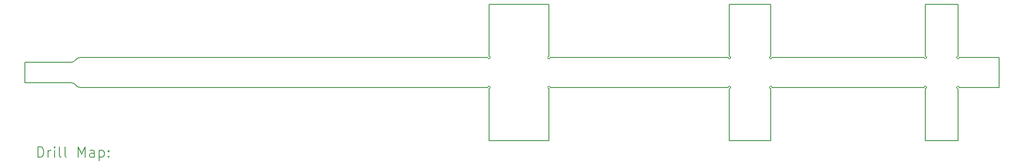
<source format=gbr>
%TF.GenerationSoftware,KiCad,Pcbnew,7.0.7*%
%TF.CreationDate,2024-05-14T22:52:38+02:00*%
%TF.ProjectId,Index_Middle_Ring_V3,496e6465-785f-44d6-9964-646c655f5269,rev?*%
%TF.SameCoordinates,Original*%
%TF.FileFunction,Drillmap*%
%TF.FilePolarity,Positive*%
%FSLAX45Y45*%
G04 Gerber Fmt 4.5, Leading zero omitted, Abs format (unit mm)*
G04 Created by KiCad (PCBNEW 7.0.7) date 2024-05-14 22:52:38*
%MOMM*%
%LPD*%
G01*
G04 APERTURE LIST*
%ADD10C,0.200000*%
G04 APERTURE END LIST*
D10*
X14387749Y-11477400D02*
X14387749Y-10467400D01*
X5211767Y-12037400D02*
G75*
G03*
X5128251Y-11992400I-83517J-55000D01*
G01*
X17862750Y-11502400D02*
G75*
G03*
X17887749Y-11477400I25000J0D01*
G01*
X17887749Y-12107401D02*
G75*
G03*
X17862749Y-12082400I1J25001D01*
G01*
X18712749Y-12082400D02*
X21662749Y-12082400D01*
X17887749Y-10467400D02*
X17887749Y-11477400D01*
X13202749Y-11502400D02*
X5295284Y-11502400D01*
X13202750Y-11502400D02*
G75*
G03*
X13227749Y-11477400I25000J0D01*
G01*
X4227749Y-11992400D02*
X5128251Y-11992400D01*
X21662750Y-11502400D02*
G75*
G03*
X21687749Y-11477400I25000J0D01*
G01*
X17887749Y-12107400D02*
X17887749Y-13117400D01*
X13227749Y-12107400D02*
X13227749Y-13117400D01*
X17887749Y-13117400D02*
X18687749Y-13117400D01*
X14387749Y-10467400D02*
X13227749Y-10467400D01*
X18687749Y-13117400D02*
X18687749Y-12107400D01*
X23117749Y-12082400D02*
X23117749Y-11502400D01*
X21687749Y-12107401D02*
G75*
G03*
X21662749Y-12082400I1J25001D01*
G01*
X18687749Y-10467400D02*
X17887749Y-10467400D01*
X5128251Y-11592400D02*
G75*
G03*
X5211767Y-11547400I-1J100001D01*
G01*
X4227749Y-11592400D02*
X4227749Y-11992400D01*
X5211765Y-12037402D02*
G75*
G03*
X5295284Y-12082400I83515J55002D01*
G01*
X17862749Y-11502400D02*
X14412749Y-11502400D01*
X22317749Y-11477400D02*
X22317749Y-10467400D01*
X14412750Y-12082400D02*
G75*
G03*
X14387749Y-12107400I-25000J0D01*
G01*
X22317749Y-13117400D02*
X22317749Y-12107400D01*
X23117749Y-11502400D02*
X22342749Y-11502400D01*
X21687749Y-13117400D02*
X22317749Y-13117400D01*
X22342749Y-12082400D02*
X23117749Y-12082400D01*
X14387749Y-11477401D02*
G75*
G03*
X14412749Y-11502400I1J-24999D01*
G01*
X14387749Y-13117400D02*
X14387749Y-12107400D01*
X13227749Y-10467400D02*
X13227749Y-11477400D01*
X18687749Y-11477400D02*
X18687749Y-10467400D01*
X13227749Y-13117400D02*
X14387749Y-13117400D01*
X5295284Y-11502403D02*
G75*
G03*
X5211767Y-11547400I-4J-99997D01*
G01*
X13227749Y-12107401D02*
G75*
G03*
X13202749Y-12082400I1J25001D01*
G01*
X22317749Y-10467400D02*
X21687749Y-10467400D01*
X18712750Y-12082400D02*
G75*
G03*
X18687749Y-12107400I-25000J0D01*
G01*
X21687749Y-12107400D02*
X21687749Y-13117400D01*
X14412749Y-12082400D02*
X17862749Y-12082400D01*
X5128251Y-11592400D02*
X4227749Y-11592400D01*
X5295284Y-12082400D02*
X13202749Y-12082400D01*
X21687749Y-10467400D02*
X21687749Y-11477400D01*
X21662749Y-11502400D02*
X18712749Y-11502400D01*
X22342750Y-12082400D02*
G75*
G03*
X22317749Y-12107400I-25000J0D01*
G01*
X18687749Y-11477401D02*
G75*
G03*
X18712749Y-11502400I1J-24999D01*
G01*
X22317749Y-11477401D02*
G75*
G03*
X22342749Y-11502400I1J-24999D01*
G01*
X4478526Y-13438884D02*
X4478526Y-13238884D01*
X4478526Y-13238884D02*
X4526145Y-13238884D01*
X4526145Y-13238884D02*
X4554717Y-13248408D01*
X4554717Y-13248408D02*
X4573764Y-13267455D01*
X4573764Y-13267455D02*
X4583288Y-13286503D01*
X4583288Y-13286503D02*
X4592812Y-13324598D01*
X4592812Y-13324598D02*
X4592812Y-13353169D01*
X4592812Y-13353169D02*
X4583288Y-13391265D01*
X4583288Y-13391265D02*
X4573764Y-13410312D01*
X4573764Y-13410312D02*
X4554717Y-13429360D01*
X4554717Y-13429360D02*
X4526145Y-13438884D01*
X4526145Y-13438884D02*
X4478526Y-13438884D01*
X4678526Y-13438884D02*
X4678526Y-13305550D01*
X4678526Y-13343646D02*
X4688050Y-13324598D01*
X4688050Y-13324598D02*
X4697574Y-13315074D01*
X4697574Y-13315074D02*
X4716621Y-13305550D01*
X4716621Y-13305550D02*
X4735669Y-13305550D01*
X4802336Y-13438884D02*
X4802336Y-13305550D01*
X4802336Y-13238884D02*
X4792812Y-13248408D01*
X4792812Y-13248408D02*
X4802336Y-13257931D01*
X4802336Y-13257931D02*
X4811859Y-13248408D01*
X4811859Y-13248408D02*
X4802336Y-13238884D01*
X4802336Y-13238884D02*
X4802336Y-13257931D01*
X4926145Y-13438884D02*
X4907098Y-13429360D01*
X4907098Y-13429360D02*
X4897574Y-13410312D01*
X4897574Y-13410312D02*
X4897574Y-13238884D01*
X5030907Y-13438884D02*
X5011859Y-13429360D01*
X5011859Y-13429360D02*
X5002336Y-13410312D01*
X5002336Y-13410312D02*
X5002336Y-13238884D01*
X5259479Y-13438884D02*
X5259479Y-13238884D01*
X5259479Y-13238884D02*
X5326145Y-13381741D01*
X5326145Y-13381741D02*
X5392812Y-13238884D01*
X5392812Y-13238884D02*
X5392812Y-13438884D01*
X5573764Y-13438884D02*
X5573764Y-13334122D01*
X5573764Y-13334122D02*
X5564240Y-13315074D01*
X5564240Y-13315074D02*
X5545193Y-13305550D01*
X5545193Y-13305550D02*
X5507098Y-13305550D01*
X5507098Y-13305550D02*
X5488050Y-13315074D01*
X5573764Y-13429360D02*
X5554717Y-13438884D01*
X5554717Y-13438884D02*
X5507098Y-13438884D01*
X5507098Y-13438884D02*
X5488050Y-13429360D01*
X5488050Y-13429360D02*
X5478526Y-13410312D01*
X5478526Y-13410312D02*
X5478526Y-13391265D01*
X5478526Y-13391265D02*
X5488050Y-13372217D01*
X5488050Y-13372217D02*
X5507098Y-13362693D01*
X5507098Y-13362693D02*
X5554717Y-13362693D01*
X5554717Y-13362693D02*
X5573764Y-13353169D01*
X5669002Y-13305550D02*
X5669002Y-13505550D01*
X5669002Y-13315074D02*
X5688050Y-13305550D01*
X5688050Y-13305550D02*
X5726145Y-13305550D01*
X5726145Y-13305550D02*
X5745193Y-13315074D01*
X5745193Y-13315074D02*
X5754717Y-13324598D01*
X5754717Y-13324598D02*
X5764240Y-13343646D01*
X5764240Y-13343646D02*
X5764240Y-13400788D01*
X5764240Y-13400788D02*
X5754717Y-13419836D01*
X5754717Y-13419836D02*
X5745193Y-13429360D01*
X5745193Y-13429360D02*
X5726145Y-13438884D01*
X5726145Y-13438884D02*
X5688050Y-13438884D01*
X5688050Y-13438884D02*
X5669002Y-13429360D01*
X5849955Y-13419836D02*
X5859478Y-13429360D01*
X5859478Y-13429360D02*
X5849955Y-13438884D01*
X5849955Y-13438884D02*
X5840431Y-13429360D01*
X5840431Y-13429360D02*
X5849955Y-13419836D01*
X5849955Y-13419836D02*
X5849955Y-13438884D01*
X5849955Y-13315074D02*
X5859478Y-13324598D01*
X5859478Y-13324598D02*
X5849955Y-13334122D01*
X5849955Y-13334122D02*
X5840431Y-13324598D01*
X5840431Y-13324598D02*
X5849955Y-13315074D01*
X5849955Y-13315074D02*
X5849955Y-13334122D01*
M02*

</source>
